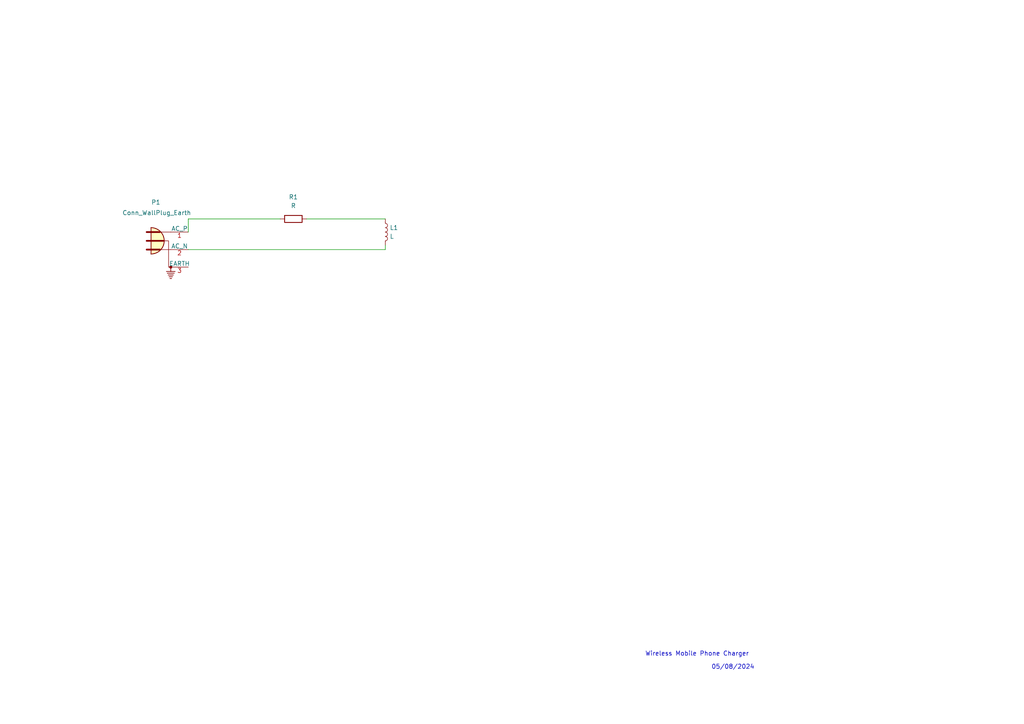
<source format=kicad_sch>
(kicad_sch (version 20231120) (generator "eeschema") (generator_version "8.0")
  (paper "A4")
  (lib_symbols
    (symbol "Connector:Conn_WallPlug_Earth" (pin_names (offset 0))
      (property "Reference" "P" (at 0 3.81 0))
      (property "Value" "Conn_WallPlug_Earth" (at -5.08 0 90))
      (symbol "Conn_WallPlug_Earth_0_1"
        (arc (start -3.175 -3.81) (mid 0.6184 0) (end -3.175 3.81) (stroke (width 0.254)) (fill (type background)))
        (polyline (pts (xy -4.445 -2.54) (xy -0.635 -2.54)) (stroke (width 0.508)))
        (polyline (pts (xy -4.445 0) (xy 0.508 0)) (stroke (width 0.508)))
        (polyline (pts (xy -4.445 2.54) (xy -0.635 2.54)) (stroke (width 0.508)))
        (polyline (pts (xy -3.175 -3.81) (xy -3.175 3.81)) (stroke (width 0.254)))
        (polyline (pts (xy -0.635 -2.54) (xy 2.54 -2.54)))
        (polyline (pts (xy -0.635 2.54) (xy 2.54 2.54)))
        (polyline (pts (xy 1.524 -9.398) (xy 3.556 -9.398)) (stroke (width 0.2032)))
        (polyline (pts (xy 1.778 -9.906) (xy 3.302 -9.906)) (stroke (width 0.2032)))
        (polyline (pts (xy 2.032 -10.414) (xy 3.048 -10.414)) (stroke (width 0.2032)))
        (polyline (pts (xy 2.286 -10.922) (xy 2.794 -10.922)) (stroke (width 0.2032)))
        (polyline (pts (xy 2.54 -7.62) (xy 2.54 -8.89)) (stroke (width 0.2032)))
        (polyline (pts (xy 3.81 -8.89) (xy 1.27 -8.89)) (stroke (width 0.2032)))
        (polyline (pts (xy 2.54 -7.62) (xy 1.905 -7.62) (xy 1.905 0) (xy -4.445 0)))
        (circle (center 2.54 -7.62) (radius 0.3556) (fill (type outline)))
      )
      (symbol "Conn_WallPlug_Earth_1_1"
        (pin power_out line (at 7.62 2.54 180) (length 5.08) (name "AC_P") (number "1"))
        (pin power_out line (at 7.62 -2.54 180) (length 5.08) (name "AC_N") (number "2"))
        (pin passive line (at 7.62 -7.62 180) (length 5.08) (name "EARTH") (number "3"))
      )
    )
    (symbol "Device:L" (pin_numbers hide) (pin_names (offset 1.016) hide)
      (property "Reference" "L" (at -1.27 0 90))
      (property "Value" "L" (at 1.905 0 90))
      (symbol "L_0_1"
        (arc (start 0 -2.54) (mid 0.6323 -1.905) (end 0 -1.27))
        (arc (start 0 -1.27) (mid 0.6323 -0.635) (end 0 0))
        (arc (start 0 0) (mid 0.6323 0.635) (end 0 1.27))
        (arc (start 0 1.27) (mid 0.6323 1.905) (end 0 2.54))
      )
      (symbol "L_1_1"
        (pin passive line (at 0 3.81 270) (length 1.27) (name "1") (number "1"))
        (pin passive line (at 0 -3.81 90) (length 1.27) (name "2") (number "2"))
      )
    )
    (symbol "Device:R" (pin_numbers hide) (pin_names (offset 0))
      (property "Reference" "R" (at 2.032 0 90))
      (property "Value" "R" (at 0 0 90))
      (symbol "R_0_1"
        (rectangle (start -1.016 -2.54) (end 1.016 2.54) (stroke (width 0.254)))
      )
      (symbol "R_1_1"
        (pin passive line (at 0 3.81 270) (length 1.27) (name "~") (number "1"))
        (pin passive line (at 0 -3.81 90) (length 1.27) (name "~") (number "2"))
      )
    )
  )
  (wire (pts (xy 111.76 72.39) (xy 111.76 71.12)))
  (wire (pts (xy 54.61 63.5) (xy 81.28 63.5)))
  (wire (pts (xy 54.61 67.31) (xy 54.61 63.5)))
  (wire (pts (xy 88.9 63.5) (xy 111.76 63.5)))
  (wire (pts (xy 111.76 72.39) (xy 54.61 72.39)))
  (text "05/08/2024" (at 212.598 193.548 0) (effects (font (size 1.27 1.27))))
  (text "Wireless Mobile Phone Charger" (at 202.184 189.738 0) (effects (font (size 1.27 1.27))))
  (symbol (lib_id "Device:L") (at 111.76 67.31 0) (unit 1)
    (property "Reference" "L1" (at 113.03 66.0399 0) (effects (justify left)))
    (property "Value" "L" (at 113.03 68.5799 0) (effects (justify left)))
    (property "Description" "Inductor" (effects (hide yes)))
  )
  (symbol (lib_id "Connector:Conn_WallPlug_Earth") (at 46.99 69.85 0) (unit 1)
    (property "Reference" "P1" (at 45.212 58.674 0))
    (property "Value" "Conn_WallPlug_Earth" (at 45.466 61.722 0))
    (property "Description" "3-pin general wall plug, with Earth wire (110VAC, 220VAC)" (effects (hide yes)))
  )
  (symbol (lib_id "Device:R") (at 85.09 63.5 90) (unit 1)
    (property "Reference" "R1" (at 85.09 57.15 90))
    (property "Value" "R" (at 85.09 59.69 90))
    (property "Description" "Resistor" (effects (hide yes)))
  )
)
</source>
